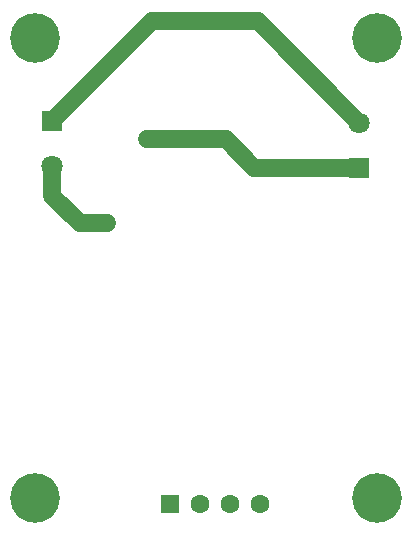
<source format=gbl>
%FSLAX24Y24*%
%MOIN*%
G70*
G01*
G75*
G04 Layer_Physical_Order=2*
G04 Layer_Color=16711680*
%ADD10R,0.1024X0.0433*%
%ADD11R,0.0512X0.0591*%
%ADD12R,0.0591X0.0984*%
%ADD13R,0.2205X0.2677*%
%ADD14R,0.0591X0.0512*%
%ADD15R,0.0709X0.0906*%
%ADD16R,0.0551X0.0669*%
%ADD17C,0.0600*%
%ADD18C,0.0300*%
%ADD19C,0.0120*%
%ADD20C,0.0160*%
%ADD21C,0.1654*%
%ADD22C,0.0630*%
%ADD23R,0.0630X0.0630*%
%ADD24C,0.0709*%
%ADD25R,0.0709X0.0709*%
%ADD26C,0.0320*%
D17*
X2677Y10354D02*
X3583D01*
X4921Y13150D02*
X7559D01*
X8504Y12205D01*
X12008D01*
X1772Y11260D02*
X2677Y10354D01*
X1772Y11260D02*
Y12256D01*
X8622Y17087D02*
X12008Y13701D01*
X5102Y17087D02*
X8622D01*
X1772Y13756D02*
X5102Y17087D01*
D21*
X1181Y16535D02*
D03*
Y1181D02*
D03*
X12598Y16535D02*
D03*
Y1181D02*
D03*
D22*
X8709Y984D02*
D03*
X7709D02*
D03*
X6709D02*
D03*
D23*
X5709D02*
D03*
D24*
X1772Y12256D02*
D03*
X12008Y13705D02*
D03*
D25*
X1772Y13756D02*
D03*
X12008Y12205D02*
D03*
D26*
X3543Y10354D02*
D03*
X2638Y10394D02*
D03*
X10827Y12205D02*
D03*
X8465Y12244D02*
D03*
X7520Y13150D02*
D03*
X6220D02*
D03*
X4921D02*
D03*
X9646Y12205D02*
D03*
X10354Y15315D02*
D03*
X9488Y16220D02*
D03*
X11220Y14488D02*
D03*
X7480Y17087D02*
D03*
X6299D02*
D03*
X5118Y17047D02*
D03*
X3465Y15472D02*
D03*
X4370Y16339D02*
D03*
X1811Y11260D02*
D03*
X8661Y17047D02*
D03*
X2520Y14528D02*
D03*
M02*

</source>
